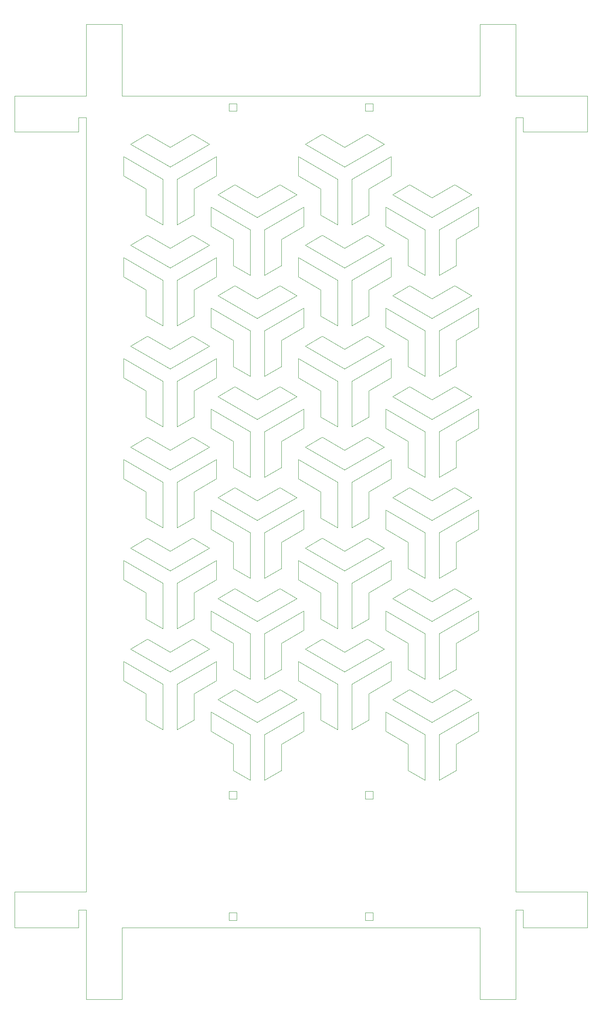
<source format=gbr>
%TF.GenerationSoftware,KiCad,Pcbnew,(5.1.6)-1*%
%TF.CreationDate,2020-10-22T21:59:58+01:00*%
%TF.ProjectId,Side 1,53696465-2031-42e6-9b69-6361645f7063,rev?*%
%TF.SameCoordinates,Original*%
%TF.FileFunction,Profile,NP*%
%FSLAX46Y46*%
G04 Gerber Fmt 4.6, Leading zero omitted, Abs format (unit mm)*
G04 Created by KiCad (PCBNEW (5.1.6)-1) date 2020-10-22 21:59:58*
%MOMM*%
%LPD*%
G01*
G04 APERTURE LIST*
%TA.AperFunction,Profile*%
%ADD10C,0.100000*%
%TD*%
G04 APERTURE END LIST*
D10*
X137222108Y-168260757D02*
X133502108Y-166113014D01*
X128551054Y-135354521D02*
X128551054Y-131059036D01*
X133502108Y-188296028D02*
X133502108Y-182579043D01*
X137222108Y-113882257D02*
X128551054Y-108876021D01*
X100350000Y-151268121D02*
X105301055Y-148409628D01*
X105301055Y-126226614D02*
X109021055Y-128374357D01*
X128551054Y-113171507D02*
X128551054Y-108876021D01*
X128551054Y-157537536D02*
X128551054Y-153242050D01*
X91678946Y-84008328D02*
X100350000Y-89014563D01*
X100350000Y-89014563D02*
X109021055Y-84008328D01*
X137222108Y-146077742D02*
X137222108Y-136065271D01*
X133502108Y-143929999D02*
X133502108Y-138213014D01*
X133502108Y-166113014D02*
X133502108Y-160396028D01*
X128551054Y-179720551D02*
X128551054Y-175425065D01*
X133502108Y-182579043D02*
X128551054Y-179720551D01*
X137222108Y-123894728D02*
X133502108Y-121746985D01*
X100350000Y-155563607D02*
X109021055Y-150557371D01*
X95398946Y-104043599D02*
X100350000Y-106902092D01*
X91678946Y-106191342D02*
X95398946Y-104043599D01*
X133502108Y-138213014D02*
X128551054Y-135354521D01*
X95398946Y-148409628D02*
X100350000Y-151268121D01*
X100350000Y-133380592D02*
X109021055Y-128374357D01*
X138772108Y-66831548D02*
X147443162Y-61825313D01*
X143723162Y-59677570D02*
X147443162Y-61825313D01*
X100350000Y-177746621D02*
X109021055Y-172740386D01*
X138772108Y-62536062D02*
X143723162Y-59677570D01*
X91678946Y-172740386D02*
X100350000Y-177746621D01*
X133821054Y-59677570D02*
X138772108Y-62536062D01*
X91678946Y-172740386D02*
X95398946Y-170592643D01*
X105301055Y-170592643D02*
X109021055Y-172740386D01*
X100350000Y-173451135D02*
X105301055Y-170592643D01*
X95398946Y-170592643D02*
X100350000Y-173451135D01*
X91678946Y-150557371D02*
X95398946Y-148409628D01*
X95398946Y-126226614D02*
X100350000Y-129085107D01*
X100350000Y-111197578D02*
X109021055Y-106191342D01*
X137222108Y-146077742D02*
X133502108Y-143929999D01*
X100350000Y-106902092D02*
X105301055Y-104043599D01*
X91678946Y-150557371D02*
X100350000Y-155563607D01*
X137222108Y-123894728D02*
X137222108Y-113882257D01*
X105301055Y-148409628D02*
X109021055Y-150557371D01*
X137222108Y-158248285D02*
X128551054Y-153242050D01*
X133502108Y-160396028D02*
X128551054Y-157537536D01*
X105301055Y-104043599D02*
X109021055Y-106191342D01*
X91678946Y-84008328D02*
X95398946Y-81860585D01*
X137222108Y-136065271D02*
X128551054Y-131059036D01*
X137222108Y-168260757D02*
X137222108Y-158248285D01*
X133502108Y-116030000D02*
X128551054Y-113171507D01*
X105301055Y-81860585D02*
X109021055Y-84008328D01*
X95398946Y-81860585D02*
X100350000Y-84719077D01*
X100350000Y-129085107D02*
X105301055Y-126226614D01*
X91678946Y-128374357D02*
X95398946Y-126226614D01*
X91678946Y-128374357D02*
X100350000Y-133380592D01*
X91678946Y-106191342D02*
X100350000Y-111197578D01*
X100350000Y-84719077D02*
X105301055Y-81860585D01*
X137222108Y-190443771D02*
X137222108Y-180431300D01*
X137222108Y-190443771D02*
X133502108Y-188296028D01*
X137222108Y-180431300D02*
X128551054Y-175425065D01*
X118011054Y-124973764D02*
X109340000Y-119967529D01*
X109340000Y-168629043D02*
X109340000Y-164333557D01*
X98800000Y-146077742D02*
X95080000Y-143929999D01*
X98800000Y-101711713D02*
X98800000Y-91699242D01*
X128551054Y-90988492D02*
X128551054Y-86693006D01*
X95080000Y-188296028D02*
X95080000Y-182579043D01*
X98800000Y-158248285D02*
X90128946Y-153242050D01*
X109340000Y-146446028D02*
X109340000Y-142150542D01*
X95080000Y-182579043D02*
X90128946Y-179720551D01*
X118011054Y-169339793D02*
X109340000Y-164333557D01*
X133502108Y-99563970D02*
X133502108Y-93846985D01*
X98800000Y-168260757D02*
X95080000Y-166113014D01*
X95080000Y-121746985D02*
X95080000Y-116030000D01*
X137222108Y-69516227D02*
X128551054Y-64509991D01*
X128551054Y-68805477D02*
X128551054Y-64509991D01*
X90128946Y-135354521D02*
X90128946Y-131059036D01*
X133502108Y-71663970D02*
X128551054Y-68805477D01*
X98800000Y-101711713D02*
X95080000Y-99563970D01*
X133502108Y-77380955D02*
X133502108Y-71663970D01*
X98800000Y-190443771D02*
X95080000Y-188296028D01*
X98800000Y-180431300D02*
X90128946Y-175425065D01*
X90128946Y-179720551D02*
X90128946Y-175425065D01*
X98800000Y-123894728D02*
X98800000Y-113882257D01*
X114291054Y-177204521D02*
X114291054Y-171487536D01*
X118011054Y-134986234D02*
X118011054Y-124973764D01*
X98800000Y-146077742D02*
X98800000Y-136065271D01*
X98800000Y-168260757D02*
X98800000Y-158248285D01*
X118011054Y-147156778D02*
X109340000Y-142150542D01*
X98800000Y-123894728D02*
X95080000Y-121746985D01*
X114291054Y-171487536D02*
X109340000Y-168629043D01*
X118011054Y-102790749D02*
X109340000Y-97784514D01*
X118011054Y-179352264D02*
X114291054Y-177204521D01*
X98800000Y-91699242D02*
X90128946Y-86693006D01*
X109340000Y-124263015D02*
X109340000Y-119967529D01*
X98800000Y-113882257D02*
X90128946Y-108876021D01*
X118011054Y-112803220D02*
X114291054Y-110655477D01*
X95080000Y-166113014D02*
X95080000Y-160396028D01*
X95080000Y-138213014D02*
X90128946Y-135354521D01*
X90128946Y-90988492D02*
X90128946Y-86693006D01*
X95080000Y-99563970D02*
X95080000Y-93846985D01*
X118011054Y-179352264D02*
X118011054Y-169339793D01*
X114291054Y-149304521D02*
X109340000Y-146446028D01*
X114291054Y-127121507D02*
X109340000Y-124263015D01*
X118011054Y-112803220D02*
X118011054Y-102790749D01*
X118011054Y-134986234D02*
X114291054Y-132838491D01*
X114291054Y-132838491D02*
X114291054Y-127121507D01*
X118011054Y-157169249D02*
X118011054Y-147156778D01*
X133502108Y-121746985D02*
X133502108Y-116030000D01*
X133502108Y-93846985D02*
X128551054Y-90988492D01*
X137222108Y-101711713D02*
X133502108Y-99563970D01*
X137222108Y-101711713D02*
X137222108Y-91699242D01*
X137222108Y-79528698D02*
X133502108Y-77380955D01*
X137222108Y-91699242D02*
X128551054Y-86693006D01*
X137222108Y-79528698D02*
X137222108Y-69516227D01*
X98800000Y-190443771D02*
X98800000Y-180431300D01*
X95080000Y-160396028D02*
X90128946Y-157537536D01*
X95080000Y-143929999D02*
X95080000Y-138213014D01*
X114291054Y-155021506D02*
X114291054Y-149304521D01*
X95080000Y-116030000D02*
X90128946Y-113171507D01*
X90128946Y-157537536D02*
X90128946Y-153242050D01*
X90128946Y-113171507D02*
X90128946Y-108876021D01*
X118011054Y-157169249D02*
X114291054Y-155021506D01*
X98800000Y-136065271D02*
X90128946Y-131059036D01*
X95080000Y-93846985D02*
X90128946Y-90988492D01*
X149330527Y-222883117D02*
X149330527Y-238633117D01*
X46955527Y-215008117D02*
X62705527Y-215008117D01*
X138772108Y-84719077D02*
X143723162Y-81860585D01*
X130101054Y-172740386D02*
X133821054Y-170592643D01*
X133821054Y-170592643D02*
X138772108Y-173451135D01*
X130101054Y-172740386D02*
X138772108Y-177746621D01*
X130101054Y-84008328D02*
X133821054Y-81860585D01*
X143723162Y-104043599D02*
X147443162Y-106191342D01*
X70580527Y-238633117D02*
X62705527Y-238633117D01*
X138772108Y-111197578D02*
X147443162Y-106191342D01*
X46955527Y-222883117D02*
X61055527Y-222883117D01*
X62705527Y-44933117D02*
X61055527Y-44933117D01*
X138772108Y-106902092D02*
X143723162Y-104043599D01*
X62705527Y-218945617D02*
X61055527Y-218945617D01*
X157205527Y-218945617D02*
X157205527Y-238633117D01*
X130101054Y-61825313D02*
X138772108Y-66831548D01*
X130101054Y-128374357D02*
X138772108Y-133380592D01*
X61055527Y-48058117D02*
X61055527Y-44933117D01*
X70580527Y-24433117D02*
X70580527Y-40183117D01*
X172955527Y-48058117D02*
X172955527Y-40183117D01*
X62705527Y-215008117D02*
X62705527Y-44933117D01*
X138772108Y-133380592D02*
X147443162Y-128374357D01*
X130101054Y-106191342D02*
X133821054Y-104043599D01*
X143723162Y-148409628D02*
X147443162Y-150557371D01*
X149330527Y-40183117D02*
X70580527Y-40183117D01*
X133821054Y-81860585D02*
X138772108Y-84719077D01*
X157205527Y-24433117D02*
X149330527Y-24433117D01*
X130101054Y-106191342D02*
X138772108Y-111197578D01*
X138772108Y-173451135D02*
X143723162Y-170592643D01*
X149330527Y-24433117D02*
X149330527Y-40183117D01*
X157205527Y-24433117D02*
X157205527Y-40183117D01*
X172955527Y-40183117D02*
X157205527Y-40183117D01*
X172955527Y-48058117D02*
X158855527Y-48058117D01*
X158855527Y-48058117D02*
X158855527Y-44933117D01*
X157205527Y-44933117D02*
X158855527Y-44933117D01*
X157205527Y-44933117D02*
X157205527Y-215008117D01*
X61055527Y-218945617D02*
X61055527Y-222883117D01*
X130101054Y-128374357D02*
X133821054Y-126226614D01*
X143723162Y-126226614D02*
X147443162Y-128374357D01*
X133821054Y-104043599D02*
X138772108Y-106902092D01*
X138772108Y-129085107D02*
X143723162Y-126226614D01*
X70580527Y-222883117D02*
X70580527Y-238633117D01*
X46955527Y-48058117D02*
X61055527Y-48058117D01*
X130101054Y-150557371D02*
X133821054Y-148409628D01*
X143723162Y-81860585D02*
X147443162Y-84008328D01*
X130101054Y-150557371D02*
X138772108Y-155563607D01*
X62705527Y-238633117D02*
X62705527Y-218945617D01*
X149330527Y-222883117D02*
X70580527Y-222883117D01*
X138772108Y-155563607D02*
X147443162Y-150557371D01*
X46955527Y-222883117D02*
X46955527Y-215008117D01*
X138772108Y-177746621D02*
X147443162Y-172740386D01*
X138772108Y-151268121D02*
X143723162Y-148409628D01*
X172955527Y-215008117D02*
X157205527Y-215008117D01*
X172955527Y-222883117D02*
X172955527Y-215008117D01*
X172955527Y-222883117D02*
X158855527Y-222883117D01*
X138772108Y-89014563D02*
X147443162Y-84008328D01*
X143723162Y-170592643D02*
X147443162Y-172740386D01*
X158855527Y-218945617D02*
X158855527Y-222883117D01*
X157205527Y-218945617D02*
X158855527Y-218945617D01*
X149330527Y-238633117D02*
X157205527Y-238633117D01*
X130101054Y-84008328D02*
X138772108Y-89014563D01*
X133821054Y-148409628D02*
X138772108Y-151268121D01*
X133821054Y-126226614D02*
X138772108Y-129085107D01*
X130101054Y-61825313D02*
X133821054Y-59677570D01*
X125755527Y-194583117D02*
X124105527Y-194583117D01*
X46955527Y-48058117D02*
X46955527Y-40183117D01*
X46955527Y-40183117D02*
X62705527Y-40183117D01*
X95805527Y-194583117D02*
X94155527Y-194583117D01*
X124105527Y-194583117D02*
X124105527Y-192933117D01*
X95805527Y-219583117D02*
X94155527Y-219583117D01*
X125755527Y-43483117D02*
X124105527Y-43483117D01*
X95805527Y-219583117D02*
X95805527Y-221233117D01*
X95805527Y-194583117D02*
X95805527Y-192933117D01*
X62705527Y-40183117D02*
X62705527Y-24433117D01*
X94155527Y-221233117D02*
X94155527Y-219583117D01*
X124105527Y-43483117D02*
X124105527Y-41833117D01*
X125755527Y-41833117D02*
X124105527Y-41833117D01*
X94155527Y-194583117D02*
X94155527Y-192933117D01*
X125755527Y-194583117D02*
X125755527Y-192933117D01*
X125755527Y-192933117D02*
X124105527Y-192933117D01*
X95805527Y-221233117D02*
X94155527Y-221233117D01*
X125755527Y-41833117D02*
X125755527Y-43483117D01*
X62705527Y-24433117D02*
X70580527Y-24433117D01*
X95805527Y-192933117D02*
X94155527Y-192933117D01*
X119561054Y-144472099D02*
X128232108Y-139465864D01*
X114609999Y-115135107D02*
X119561054Y-117993599D01*
X119561054Y-95810585D02*
X124512108Y-92952092D01*
X119561054Y-122289085D02*
X128232108Y-117282850D01*
X110889999Y-117282850D02*
X114609999Y-115135107D01*
X119561054Y-100106071D02*
X128232108Y-95099835D01*
X114609999Y-92952092D02*
X119561054Y-95810585D01*
X119561054Y-166655114D02*
X128232108Y-161648878D01*
X124512108Y-159501135D02*
X128232108Y-161648878D01*
X124512108Y-115135107D02*
X128232108Y-117282850D01*
X110889999Y-95099835D02*
X119561054Y-100106071D01*
X110889999Y-139465864D02*
X119561054Y-144472099D01*
X110889999Y-161648878D02*
X119561054Y-166655114D01*
X119561054Y-162359628D02*
X124512108Y-159501135D01*
X114609999Y-159501135D02*
X119561054Y-162359628D01*
X110889999Y-139465864D02*
X114609999Y-137318121D01*
X124512108Y-137318121D02*
X128232108Y-139465864D01*
X86408946Y-82755477D02*
X86408946Y-88472463D01*
X91360000Y-79896985D02*
X86408946Y-82755477D01*
X119561054Y-140176613D02*
X124512108Y-137318121D01*
X110889999Y-117282850D02*
X119561054Y-122289085D01*
X124512108Y-92952092D02*
X128232108Y-95099835D01*
X110889999Y-95099835D02*
X114609999Y-92952092D01*
X119561054Y-117993599D02*
X124512108Y-115135107D01*
X91360000Y-75601499D02*
X91360000Y-79896985D01*
X114609999Y-137318121D02*
X119561054Y-140176613D01*
X110889999Y-161648878D02*
X114609999Y-159501135D01*
X86408946Y-127121507D02*
X86408946Y-132838491D01*
X124831054Y-66289448D02*
X121111054Y-68437191D01*
X82688946Y-147156778D02*
X82688946Y-157169249D01*
X124831054Y-82755477D02*
X124831054Y-88472463D01*
X91360000Y-168629043D02*
X86408946Y-171487536D01*
X91360000Y-146446028D02*
X86408946Y-149304521D01*
X121111054Y-80607734D02*
X121111054Y-90620206D01*
X124831054Y-88472463D02*
X121111054Y-90620206D01*
X129782108Y-79896985D02*
X124831054Y-82755477D01*
X129782108Y-53418484D02*
X129782108Y-57713970D01*
X86408946Y-132838491D02*
X82688946Y-134986234D01*
X129782108Y-53418484D02*
X121111054Y-58424720D01*
X121111054Y-58424720D02*
X121111054Y-68437191D01*
X124831054Y-60572463D02*
X124831054Y-66289448D01*
X129782108Y-57713970D02*
X124831054Y-60572463D01*
X91360000Y-97784514D02*
X82688946Y-102790749D01*
X86408946Y-104938492D02*
X86408946Y-110655477D01*
X86408946Y-110655477D02*
X82688946Y-112803220D01*
X86408946Y-171487536D02*
X86408946Y-177204521D01*
X91360000Y-142150542D02*
X82688946Y-147156778D01*
X91360000Y-119967529D02*
X82688946Y-124973764D01*
X91360000Y-97784514D02*
X91360000Y-102080000D01*
X91360000Y-142150542D02*
X91360000Y-146446028D01*
X82688946Y-80607734D02*
X82688946Y-90620206D01*
X86408946Y-88472463D02*
X82688946Y-90620206D01*
X91360000Y-164333557D02*
X82688946Y-169339793D01*
X86408946Y-177204521D02*
X82688946Y-179352264D01*
X86408946Y-155021506D02*
X82688946Y-157169249D01*
X86408946Y-149304521D02*
X86408946Y-155021506D01*
X91360000Y-102080000D02*
X86408946Y-104938492D01*
X91360000Y-124263015D02*
X86408946Y-127121507D01*
X82688946Y-102790749D02*
X82688946Y-112803220D01*
X91360000Y-164333557D02*
X91360000Y-168629043D01*
X91360000Y-119967529D02*
X91360000Y-124263015D01*
X82688946Y-169339793D02*
X82688946Y-179352264D01*
X91360000Y-75601499D02*
X82688946Y-80607734D01*
X82688946Y-124973764D02*
X82688946Y-134986234D01*
X110571054Y-113171507D02*
X105620000Y-116030000D01*
X105620000Y-99563970D02*
X101900000Y-101711713D01*
X100350000Y-66831548D02*
X109021055Y-61825313D01*
X95080000Y-71663970D02*
X90128946Y-68805477D01*
X110571054Y-86693006D02*
X101900000Y-91699242D01*
X110571054Y-108876021D02*
X110571054Y-113171507D01*
X101900000Y-113882257D02*
X101900000Y-123894728D01*
X95805527Y-43483117D02*
X95805527Y-41833117D01*
X105620000Y-121746985D02*
X101900000Y-123894728D01*
X110571054Y-68805477D02*
X105620000Y-71663970D01*
X95398946Y-59677570D02*
X100350000Y-62536062D01*
X124105527Y-219583117D02*
X124105527Y-221233117D01*
X94155527Y-41833117D02*
X94155527Y-43483117D01*
X105620000Y-116030000D02*
X105620000Y-121746985D01*
X101900000Y-91699242D02*
X101900000Y-101711713D01*
X105620000Y-93846985D02*
X105620000Y-99563970D01*
X110571054Y-90988492D02*
X105620000Y-93846985D01*
X91360000Y-53418484D02*
X91360000Y-57713970D01*
X110571054Y-64509991D02*
X101900000Y-69516227D01*
X90128946Y-68805477D02*
X90128946Y-64509991D01*
X86090000Y-48586062D02*
X89810000Y-50733805D01*
X81138946Y-55740041D02*
X89810000Y-50733805D01*
X105620000Y-71663970D02*
X105620000Y-77380955D01*
X110571054Y-64509991D02*
X110571054Y-68805477D01*
X91678946Y-61825313D02*
X100350000Y-66831548D01*
X79588946Y-68437191D02*
X79588946Y-58424720D01*
X125755527Y-219583117D02*
X124105527Y-219583117D01*
X70917892Y-57713970D02*
X70917892Y-53418484D01*
X75868946Y-60572463D02*
X70917892Y-57713970D01*
X81138946Y-51444555D02*
X86090000Y-48586062D01*
X72467892Y-50733805D02*
X81138946Y-55740041D01*
X98800000Y-79528698D02*
X98800000Y-69516227D01*
X76187892Y-48586062D02*
X81138946Y-51444555D01*
X98800000Y-79528698D02*
X95080000Y-77380955D01*
X72467892Y-50733805D02*
X76187892Y-48586062D01*
X125755527Y-221233117D02*
X124105527Y-221233117D01*
X105620000Y-77380955D02*
X101900000Y-79528698D01*
X105301055Y-59677570D02*
X109021055Y-61825313D01*
X91360000Y-53418484D02*
X82688946Y-58424720D01*
X91360000Y-57713970D02*
X86408946Y-60572463D01*
X100350000Y-62536062D02*
X105301055Y-59677570D01*
X82688946Y-58424720D02*
X82688946Y-68437191D01*
X91678946Y-61825313D02*
X95398946Y-59677570D01*
X86408946Y-60572463D02*
X86408946Y-66289448D01*
X86408946Y-66289448D02*
X82688946Y-68437191D01*
X95080000Y-77380955D02*
X95080000Y-71663970D01*
X75868946Y-66289448D02*
X75868946Y-60572463D01*
X79588946Y-58424720D02*
X70917892Y-53418484D01*
X125755527Y-221233117D02*
X125755527Y-219583117D01*
X110571054Y-135354521D02*
X105620000Y-138213014D01*
X95805527Y-43483117D02*
X94155527Y-43483117D01*
X110571054Y-108876021D02*
X101900000Y-113882257D01*
X101900000Y-69516227D02*
X101900000Y-79528698D01*
X95805527Y-41833117D02*
X94155527Y-41833117D01*
X110571054Y-86693006D02*
X110571054Y-90988492D01*
X79588946Y-68437191D02*
X75868946Y-66289448D01*
X98800000Y-69516227D02*
X90128946Y-64509991D01*
X144042108Y-143929999D02*
X140322108Y-146077742D01*
X144042108Y-182579043D02*
X144042108Y-188296028D01*
X86090000Y-92952092D02*
X89810000Y-95099835D01*
X76187892Y-92952092D02*
X81138946Y-95810585D01*
X72467892Y-72916820D02*
X81138946Y-77923056D01*
X148993162Y-157537536D02*
X144042108Y-160396028D01*
X148993162Y-108876021D02*
X140322108Y-113882257D01*
X110889999Y-72916820D02*
X114609999Y-70769077D01*
X110889999Y-72916820D02*
X119561054Y-77923056D01*
X119561054Y-77923056D02*
X128232108Y-72916820D01*
X119561054Y-73627570D02*
X124512108Y-70769077D01*
X124512108Y-48586062D02*
X128232108Y-50733805D01*
X76187892Y-159501135D02*
X81138946Y-162359628D01*
X81138946Y-100106071D02*
X89810000Y-95099835D01*
X76187892Y-115135107D02*
X81138946Y-117993599D01*
X148993162Y-175425065D02*
X148993162Y-179720551D01*
X81138946Y-77923056D02*
X89810000Y-72916820D01*
X140322108Y-158248285D02*
X140322108Y-168260757D01*
X86090000Y-159501135D02*
X89810000Y-161648878D01*
X81138946Y-162359628D02*
X86090000Y-159501135D01*
X72467892Y-139465864D02*
X76187892Y-137318121D01*
X140322108Y-113882257D02*
X140322108Y-123894728D01*
X144042108Y-166113014D02*
X140322108Y-168260757D01*
X148993162Y-153242050D02*
X140322108Y-158248285D01*
X148993162Y-153242050D02*
X148993162Y-157537536D01*
X81138946Y-117993599D02*
X86090000Y-115135107D01*
X119561054Y-55740041D02*
X128232108Y-50733805D01*
X86090000Y-137318121D02*
X89810000Y-139465864D01*
X148993162Y-131059036D02*
X148993162Y-135354521D01*
X72467892Y-72916820D02*
X76187892Y-70769077D01*
X124512108Y-70769077D02*
X128232108Y-72916820D01*
X114609999Y-70769077D02*
X119561054Y-73627570D01*
X110889999Y-50733805D02*
X114609999Y-48586062D01*
X110889999Y-50733805D02*
X119561054Y-55740041D01*
X81138946Y-95810585D02*
X86090000Y-92952092D01*
X119561054Y-51444555D02*
X124512108Y-48586062D01*
X148993162Y-175425065D02*
X140322108Y-180431300D01*
X72467892Y-161648878D02*
X76187892Y-159501135D01*
X81138946Y-166655114D02*
X89810000Y-161648878D01*
X81138946Y-140176613D02*
X86090000Y-137318121D01*
X148993162Y-179720551D02*
X144042108Y-182579043D01*
X148993162Y-131059036D02*
X140322108Y-136065271D01*
X76187892Y-137318121D02*
X81138946Y-140176613D01*
X144042108Y-188296028D02*
X140322108Y-190443771D01*
X72467892Y-117282850D02*
X81138946Y-122289085D01*
X86090000Y-115135107D02*
X89810000Y-117282850D01*
X72467892Y-95099835D02*
X76187892Y-92952092D01*
X76187892Y-70769077D02*
X81138946Y-73627570D01*
X140322108Y-136065271D02*
X140322108Y-146077742D01*
X148993162Y-108876021D02*
X148993162Y-113171507D01*
X144042108Y-138213014D02*
X144042108Y-143929999D01*
X144042108Y-121746985D02*
X140322108Y-123894728D01*
X114609999Y-48586062D02*
X119561054Y-51444555D01*
X86090000Y-70769077D02*
X89810000Y-72916820D01*
X140322108Y-180431300D02*
X140322108Y-190443771D01*
X72467892Y-161648878D02*
X81138946Y-166655114D01*
X72467892Y-139465864D02*
X81138946Y-144472099D01*
X144042108Y-160396028D02*
X144042108Y-166113014D01*
X81138946Y-144472099D02*
X89810000Y-139465864D01*
X72467892Y-117282850D02*
X76187892Y-115135107D01*
X81138946Y-122289085D02*
X89810000Y-117282850D01*
X72467892Y-95099835D02*
X81138946Y-100106071D01*
X81138946Y-73627570D02*
X86090000Y-70769077D01*
X148993162Y-135354521D02*
X144042108Y-138213014D01*
X110571054Y-153242050D02*
X101900000Y-158248285D01*
X110571054Y-175425065D02*
X101900000Y-180431300D01*
X110571054Y-153242050D02*
X110571054Y-157537536D01*
X144042108Y-116030000D02*
X144042108Y-121746985D01*
X140322108Y-91699242D02*
X140322108Y-101711713D01*
X148993162Y-64509991D02*
X140322108Y-69516227D01*
X105620000Y-182579043D02*
X105620000Y-188296028D01*
X101900000Y-158248285D02*
X101900000Y-168260757D01*
X101900000Y-136065271D02*
X101900000Y-146077742D01*
X148993162Y-90988492D02*
X144042108Y-93846985D01*
X148993162Y-86693006D02*
X140322108Y-91699242D01*
X105620000Y-138213014D02*
X105620000Y-143929999D01*
X144042108Y-93846985D02*
X144042108Y-99563970D01*
X144042108Y-77380955D02*
X140322108Y-79528698D01*
X110571054Y-175425065D02*
X110571054Y-179720551D01*
X110571054Y-157537536D02*
X105620000Y-160396028D01*
X105620000Y-166113014D02*
X101900000Y-168260757D01*
X105620000Y-143929999D02*
X101900000Y-146077742D01*
X148993162Y-113171507D02*
X144042108Y-116030000D01*
X148993162Y-64509991D02*
X148993162Y-68805477D01*
X144042108Y-99563970D02*
X140322108Y-101711713D01*
X148993162Y-68805477D02*
X144042108Y-71663970D01*
X105620000Y-160396028D02*
X105620000Y-166113014D01*
X148993162Y-86693006D02*
X148993162Y-90988492D01*
X140322108Y-69516227D02*
X140322108Y-79528698D01*
X144042108Y-71663970D02*
X144042108Y-77380955D01*
X101900000Y-180431300D02*
X101900000Y-190443771D01*
X110571054Y-131059036D02*
X101900000Y-136065271D01*
X105620000Y-188296028D02*
X101900000Y-190443771D01*
X110571054Y-179720551D02*
X105620000Y-182579043D01*
X110571054Y-131059036D02*
X110571054Y-135354521D01*
X114291054Y-66289448D02*
X114291054Y-60572463D01*
X79588946Y-179352264D02*
X75868946Y-177204521D01*
X79588946Y-147156778D02*
X70917892Y-142150542D01*
X79588946Y-134986234D02*
X79588946Y-124973764D01*
X70917892Y-124263015D02*
X70917892Y-119967529D01*
X79588946Y-112803220D02*
X75868946Y-110655477D01*
X118011054Y-90620206D02*
X114291054Y-88472463D01*
X79588946Y-169339793D02*
X70917892Y-164333557D01*
X79588946Y-157169249D02*
X79588946Y-147156778D01*
X75868946Y-127121507D02*
X70917892Y-124263015D01*
X118011054Y-90620206D02*
X118011054Y-80607734D01*
X118011054Y-58424720D02*
X109340000Y-53418484D01*
X118011054Y-80607734D02*
X109340000Y-75601499D01*
X114291054Y-82755477D02*
X109340000Y-79896985D01*
X75868946Y-177204521D02*
X75868946Y-171487536D01*
X118011054Y-68437191D02*
X114291054Y-66289448D01*
X109340000Y-57713970D02*
X109340000Y-53418484D01*
X79588946Y-179352264D02*
X79588946Y-169339793D01*
X75868946Y-171487536D02*
X70917892Y-168629043D01*
X70917892Y-146446028D02*
X70917892Y-142150542D01*
X79588946Y-134986234D02*
X75868946Y-132838491D01*
X114291054Y-60572463D02*
X109340000Y-57713970D01*
X70917892Y-168629043D02*
X70917892Y-164333557D01*
X79588946Y-157169249D02*
X75868946Y-155021506D01*
X114291054Y-104938492D02*
X109340000Y-102080000D01*
X75868946Y-155021506D02*
X75868946Y-149304521D01*
X114291054Y-110655477D02*
X114291054Y-104938492D01*
X109340000Y-79896985D02*
X109340000Y-75601499D01*
X114291054Y-88472463D02*
X114291054Y-82755477D01*
X75868946Y-149304521D02*
X70917892Y-146446028D01*
X75868946Y-132838491D02*
X75868946Y-127121507D01*
X79588946Y-124973764D02*
X70917892Y-119967529D01*
X118011054Y-68437191D02*
X118011054Y-58424720D01*
X121111054Y-124973764D02*
X121111054Y-134986234D01*
X75868946Y-82755477D02*
X70917892Y-79896985D01*
X124831054Y-177204521D02*
X121111054Y-179352264D01*
X121111054Y-147156778D02*
X121111054Y-157169249D01*
X129782108Y-119967529D02*
X121111054Y-124973764D01*
X121111054Y-169339793D02*
X121111054Y-179352264D01*
X129782108Y-146446028D02*
X124831054Y-149304521D01*
X124831054Y-110655477D02*
X121111054Y-112803220D01*
X79588946Y-112803220D02*
X79588946Y-102790749D01*
X70917892Y-102080000D02*
X70917892Y-97784514D01*
X124831054Y-132838491D02*
X121111054Y-134986234D01*
X129782108Y-75601499D02*
X121111054Y-80607734D01*
X129782108Y-164333557D02*
X129782108Y-168629043D01*
X129782108Y-102080000D02*
X124831054Y-104938492D01*
X79588946Y-102790749D02*
X70917892Y-97784514D01*
X75868946Y-104938492D02*
X70917892Y-102080000D01*
X70917892Y-79896985D02*
X70917892Y-75601499D01*
X79588946Y-90620206D02*
X75868946Y-88472463D01*
X124831054Y-171487536D02*
X124831054Y-177204521D01*
X129782108Y-142150542D02*
X121111054Y-147156778D01*
X124831054Y-127121507D02*
X124831054Y-132838491D01*
X129782108Y-97784514D02*
X129782108Y-102080000D01*
X124831054Y-104938492D02*
X124831054Y-110655477D01*
X129782108Y-75601499D02*
X129782108Y-79896985D01*
X75868946Y-110655477D02*
X75868946Y-104938492D01*
X79588946Y-90620206D02*
X79588946Y-80607734D01*
X79588946Y-80607734D02*
X70917892Y-75601499D01*
X75868946Y-88472463D02*
X75868946Y-82755477D01*
X129782108Y-164333557D02*
X121111054Y-169339793D01*
X129782108Y-168629043D02*
X124831054Y-171487536D01*
X129782108Y-142150542D02*
X129782108Y-146446028D01*
X129782108Y-124263015D02*
X124831054Y-127121507D01*
X124831054Y-155021506D02*
X121111054Y-157169249D01*
X129782108Y-119967529D02*
X129782108Y-124263015D01*
X121111054Y-102790749D02*
X121111054Y-112803220D01*
X129782108Y-97784514D02*
X121111054Y-102790749D01*
X124831054Y-149304521D02*
X124831054Y-155021506D01*
X109340000Y-102080000D02*
X109340000Y-97784514D01*
M02*

</source>
